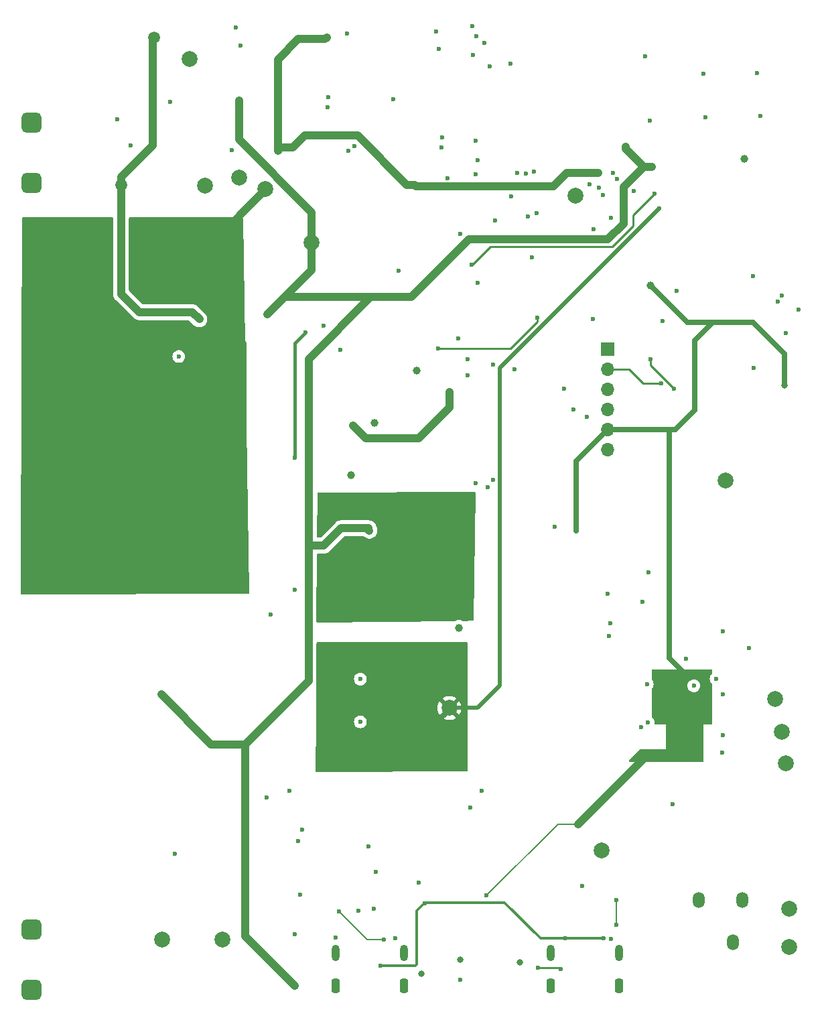
<source format=gbr>
%TF.GenerationSoftware,KiCad,Pcbnew,8.0.4*%
%TF.CreationDate,2025-02-20T16:09:48-05:00*%
%TF.ProjectId,Radiation2,52616469-6174-4696-9f6e-322e6b696361,rev?*%
%TF.SameCoordinates,Original*%
%TF.FileFunction,Copper,L3,Inr*%
%TF.FilePolarity,Positive*%
%FSLAX46Y46*%
G04 Gerber Fmt 4.6, Leading zero omitted, Abs format (unit mm)*
G04 Created by KiCad (PCBNEW 8.0.4) date 2025-02-20 16:09:48*
%MOMM*%
%LPD*%
G01*
G04 APERTURE LIST*
G04 Aperture macros list*
%AMRoundRect*
0 Rectangle with rounded corners*
0 $1 Rounding radius*
0 $2 $3 $4 $5 $6 $7 $8 $9 X,Y pos of 4 corners*
0 Add a 4 corners polygon primitive as box body*
4,1,4,$2,$3,$4,$5,$6,$7,$8,$9,$2,$3,0*
0 Add four circle primitives for the rounded corners*
1,1,$1+$1,$2,$3*
1,1,$1+$1,$4,$5*
1,1,$1+$1,$6,$7*
1,1,$1+$1,$8,$9*
0 Add four rect primitives between the rounded corners*
20,1,$1+$1,$2,$3,$4,$5,0*
20,1,$1+$1,$4,$5,$6,$7,0*
20,1,$1+$1,$6,$7,$8,$9,0*
20,1,$1+$1,$8,$9,$2,$3,0*%
G04 Aperture macros list end*
%TA.AperFunction,ComponentPad*%
%ADD10RoundRect,0.635000X-0.635000X-0.635000X0.635000X-0.635000X0.635000X0.635000X-0.635000X0.635000X0*%
%TD*%
%TA.AperFunction,ComponentPad*%
%ADD11RoundRect,0.635000X0.635000X0.635000X-0.635000X0.635000X-0.635000X-0.635000X0.635000X-0.635000X0*%
%TD*%
%TA.AperFunction,ComponentPad*%
%ADD12C,2.000000*%
%TD*%
%TA.AperFunction,ComponentPad*%
%ADD13O,1.498600X2.006600*%
%TD*%
%TA.AperFunction,ComponentPad*%
%ADD14O,1.000000X2.100000*%
%TD*%
%TA.AperFunction,ComponentPad*%
%ADD15RoundRect,0.250000X-0.250000X-0.650000X0.250000X-0.650000X0.250000X0.650000X-0.250000X0.650000X0*%
%TD*%
%TA.AperFunction,ComponentPad*%
%ADD16R,1.700000X1.700000*%
%TD*%
%TA.AperFunction,ComponentPad*%
%ADD17O,1.700000X1.700000*%
%TD*%
%TA.AperFunction,ViaPad*%
%ADD18C,1.000000*%
%TD*%
%TA.AperFunction,ViaPad*%
%ADD19C,0.600000*%
%TD*%
%TA.AperFunction,ViaPad*%
%ADD20C,0.800000*%
%TD*%
%TA.AperFunction,ViaPad*%
%ADD21C,0.889000*%
%TD*%
%TA.AperFunction,ViaPad*%
%ADD22C,1.500000*%
%TD*%
%TA.AperFunction,ViaPad*%
%ADD23C,0.762000*%
%TD*%
%TA.AperFunction,Conductor*%
%ADD24C,1.000000*%
%TD*%
%TA.AperFunction,Conductor*%
%ADD25C,0.200000*%
%TD*%
%TA.AperFunction,Conductor*%
%ADD26C,0.254000*%
%TD*%
%TA.AperFunction,Conductor*%
%ADD27C,0.700000*%
%TD*%
%TA.AperFunction,Conductor*%
%ADD28C,0.400000*%
%TD*%
%TA.AperFunction,Conductor*%
%ADD29C,0.500000*%
%TD*%
%TA.AperFunction,Conductor*%
%ADD30C,0.762000*%
%TD*%
%TA.AperFunction,Conductor*%
%ADD31C,0.300000*%
%TD*%
G04 APERTURE END LIST*
D10*
%TO.N,/Power2/ANODE*%
%TO.C,F1*%
X40700000Y-184477500D03*
X40700000Y-176857500D03*
D11*
%TO.N,/Power2/CATHODE*%
X40695000Y-82582500D03*
X40695000Y-74962500D03*
%TD*%
D12*
%TO.N,VBUS*%
%TO.C,VBUS1*%
X76100000Y-90100000D03*
%TD*%
%TO.N,/Audio2/OUTL*%
%TO.C,OUTL1*%
X136400000Y-179100000D03*
%TD*%
%TO.N,GND*%
%TO.C,GND1*%
X112700000Y-166900000D03*
%TD*%
%TO.N,+5V*%
%TO.C,5V1*%
X93500000Y-148900000D03*
%TD*%
%TO.N,/I2S_LRCK*%
%TO.C,LRCK1*%
X134700000Y-147800000D03*
%TD*%
%TO.N,Net-(JP1-A)*%
%TO.C,DRAIN1*%
X60700000Y-66900000D03*
%TD*%
D13*
%TO.N,AGND*%
%TO.C,J3*%
X129300124Y-178500000D03*
%TO.N,/Audio2/OUTL*%
X125049942Y-173199998D03*
%TO.N,/Audio2/OUTR*%
X130549941Y-173199998D03*
%TD*%
D12*
%TO.N,/Audio2/OUTR*%
%TO.C,OUTR1*%
X136400000Y-174300000D03*
%TD*%
%TO.N,/Power2/CATHODE*%
%TO.C,HIV-1*%
X66900000Y-81900000D03*
%TD*%
%TO.N,/I2S_DOUT*%
%TO.C,DOUT1*%
X135500000Y-151900000D03*
%TD*%
D14*
%TO.N,/MCU2/SHELL_GND*%
%TO.C,J2*%
X79102500Y-179820000D03*
X87742500Y-179820000D03*
D15*
X79102500Y-184000000D03*
X87742500Y-184000000D03*
%TD*%
D12*
%TO.N,/I2S_BCK*%
%TO.C,BCK1*%
X136000000Y-155900000D03*
%TD*%
%TO.N,Net-(D1-A)*%
%TO.C,STG1*%
X70200000Y-83300000D03*
%TD*%
D14*
%TO.N,/MCU2/SHELL_GND*%
%TO.C,J1*%
X106280000Y-179820000D03*
X114920000Y-179820000D03*
D15*
X106280000Y-184000000D03*
X114920000Y-184000000D03*
%TD*%
D12*
%TO.N,Net-(Q1-G)*%
%TO.C,PWM1*%
X109400000Y-84200000D03*
%TD*%
%TO.N,GND*%
%TO.C,GND2*%
X128400000Y-120200000D03*
%TD*%
D16*
%TO.N,/CS*%
%TO.C,J5*%
X113500000Y-103560000D03*
D17*
%TO.N,/MOSI*%
X113500000Y-106100000D03*
%TO.N,/MISO*%
X113500000Y-108640000D03*
%TO.N,/SCK*%
X113500000Y-111180000D03*
%TO.N,+3.3V*%
X113500000Y-113720000D03*
%TO.N,GND*%
X113500000Y-116260000D03*
%TD*%
D12*
%TO.N,Net-(D1-K)*%
%TO.C,HIV+1*%
X62600000Y-82900000D03*
%TD*%
%TO.N,Net-(Q4-C)*%
%TO.C,LS1*%
X64800000Y-178200000D03*
%TO.N,+3.3V*%
X57200000Y-178200000D03*
%TD*%
D18*
%TO.N,+3.3V*%
X80200000Y-135400000D03*
X85800000Y-135500000D03*
%TO.N,VBUS*%
X66900000Y-72200000D03*
D19*
%TO.N,+3.3V*%
X98200000Y-172600000D03*
%TO.N,GND*%
X51500000Y-74500000D03*
X131900000Y-94300000D03*
%TO.N,Net-(Q1-G)*%
X58200000Y-72300000D03*
D20*
%TO.N,VBUS*%
X73900000Y-183900000D03*
D19*
%TO.N,/RAD_IN*%
X104600000Y-99600000D03*
X111600000Y-99800000D03*
X92100000Y-103500000D03*
X111700000Y-88400000D03*
X111200000Y-82700000D03*
%TO.N,/GPIO16*%
X78100000Y-73000000D03*
%TO.N,GND*%
X66000000Y-78400000D03*
D18*
%TO.N,+3.3V*%
X81300000Y-113200000D03*
X93500000Y-109000000D03*
D19*
%TO.N,Net-(C30-Pad2)*%
X77600000Y-100600000D03*
X59300000Y-104500000D03*
D18*
%TO.N,VBUS*%
X57100000Y-147200000D03*
D19*
%TO.N,GND*%
X106800000Y-126000000D03*
%TO.N,+3.3V*%
X109500000Y-126500000D03*
%TO.N,GND*%
X79750000Y-103650000D03*
D18*
X81100000Y-119500000D03*
X89400000Y-106300000D03*
X84000000Y-112900000D03*
%TO.N,VBUS*%
X70500000Y-99200000D03*
D19*
%TO.N,GND*%
X125600000Y-68800000D03*
D18*
X130800000Y-79500000D03*
D19*
X79100000Y-177900000D03*
X82250000Y-145250000D03*
D20*
X90000000Y-182500000D03*
D19*
X89600000Y-171000000D03*
X80600000Y-63700000D03*
D20*
X94900000Y-180700000D03*
D19*
X113900000Y-178100000D03*
X96400000Y-62800000D03*
X74600000Y-172500000D03*
X136028401Y-101500000D03*
X86622500Y-178000000D03*
%TO.N,Net-(Q1-G)*%
X53200000Y-77800000D03*
%TO.N,GND*%
X58800000Y-167300000D03*
X132800000Y-74100000D03*
X83922500Y-174300000D03*
D18*
X94698100Y-138800000D03*
D19*
X120400000Y-100000000D03*
X118200000Y-66600000D03*
X110300000Y-171400000D03*
X131928401Y-105900000D03*
X73922500Y-177500000D03*
X118800000Y-74700000D03*
X94850000Y-89000000D03*
D20*
X102400000Y-181000000D03*
D19*
X82250000Y-150650000D03*
X67100000Y-65200000D03*
X132400000Y-68700000D03*
X86400000Y-71970000D03*
X83300000Y-166400000D03*
X113500000Y-134500000D03*
X125900000Y-74300000D03*
%TO.N,+5V*%
X80800000Y-151300000D03*
X120000000Y-85800000D03*
X88900000Y-152700000D03*
%TO.N,/MCU2/SHELL_GND*%
X94900000Y-183200000D03*
%TO.N,/Audio2/OUTL*%
X121700000Y-161100000D03*
X123400000Y-142725000D03*
D21*
%TO.N,Net-(D1-A)*%
X55200000Y-90500000D03*
D18*
X67400000Y-133400000D03*
D19*
%TO.N,/MCU2/RX_LED*%
X113800000Y-138200000D03*
X97600000Y-159400000D03*
%TO.N,Net-(Q1-G)*%
X66500000Y-62900000D03*
X101300000Y-84300000D03*
X91800000Y-63400000D03*
X92200000Y-65600000D03*
%TO.N,/MOSI*%
X120300000Y-107900000D03*
X101700000Y-106100000D03*
%TO.N,/I2S_LRCK*%
X103200000Y-81400000D03*
X135000000Y-97600000D03*
%TO.N,/I2S_DOUT*%
X135500000Y-96800000D03*
X104200000Y-81100000D03*
%TO.N,/I2S_BCK*%
X102100000Y-81300000D03*
X137600000Y-98600000D03*
%TO.N,/MUTE*%
X118700000Y-131800000D03*
X124400000Y-146100000D03*
%TO.N,/MCU2/TX_LED*%
X113700000Y-139800000D03*
X96100000Y-161500000D03*
%TO.N,/MISO*%
X108000000Y-108600000D03*
%TO.N,/CS*%
X118900000Y-104800000D03*
X121900000Y-108600000D03*
X99000000Y-105500000D03*
X99000000Y-120100000D03*
%TO.N,Net-(Q3-G)*%
X73300000Y-159400000D03*
X70400000Y-160200000D03*
%TO.N,/EN*%
X114700000Y-82100000D03*
X81500000Y-77900000D03*
X96800000Y-81500000D03*
X74900000Y-164300000D03*
X112900000Y-84100000D03*
%TO.N,/GPIO16*%
X97900000Y-64900000D03*
%TO.N,/RAD_IN2*%
X78200000Y-71700000D03*
X96900000Y-64000000D03*
%TO.N,/BEEP*%
X75350000Y-101450000D03*
X80700000Y-78500000D03*
X74000000Y-117300000D03*
X74000000Y-134000000D03*
X70900000Y-137100000D03*
%TO.N,/SCK*%
X109200000Y-111180000D03*
%TO.N,Net-(J1-CC2)*%
X104700000Y-181700000D03*
X107600000Y-181900000D03*
%TO.N,Net-(J2-CC2)*%
X85222500Y-178200000D03*
X79522500Y-174600000D03*
%TO.N,Net-(U4-IO35)*%
X97100000Y-79700000D03*
X110850000Y-112150000D03*
X92500000Y-78100000D03*
%TO.N,Net-(U4-IO36)*%
X92600000Y-76800000D03*
X96800000Y-77200000D03*
D18*
%TO.N,+3.3V*%
X109800000Y-163600000D03*
D19*
X123300000Y-144600000D03*
D18*
X123200000Y-154700000D03*
X89100000Y-82800000D03*
X71800000Y-78500000D03*
D20*
X135828401Y-108100000D03*
D18*
X118900000Y-95500000D03*
X78000000Y-64200000D03*
D19*
X124000000Y-149300000D03*
X121200000Y-149100000D03*
X112300000Y-81300000D03*
%TO.N,/USB_D+*%
X95800000Y-106900000D03*
X114600000Y-173200000D03*
X114600000Y-176300000D03*
X95800000Y-104800000D03*
%TO.N,/GPIO0*%
X93300000Y-82000000D03*
X113900000Y-87000000D03*
X74400000Y-165700000D03*
X99300000Y-87300000D03*
X116800000Y-83600000D03*
X103400000Y-86800000D03*
%TO.N,VBUS*%
X84800000Y-181500000D03*
D18*
X115800000Y-78000000D03*
X119075000Y-80525000D03*
D19*
X108200000Y-178000000D03*
X113000000Y-178000000D03*
D18*
X83298100Y-126200000D03*
D19*
X90400000Y-173600000D03*
%TO.N,/GPIO46*%
X97100000Y-95200000D03*
X103900000Y-92000000D03*
X112400000Y-83200000D03*
X94600000Y-102200000D03*
X114200000Y-81300000D03*
X104500000Y-86400000D03*
%TO.N,Net-(U5-3V3OUT)*%
X82001765Y-174520735D03*
X84200000Y-169600000D03*
%TO.N,AGND*%
X117700000Y-151300000D03*
X128100000Y-152300000D03*
X131362500Y-141325000D03*
X128000000Y-154500000D03*
X117900000Y-135500000D03*
X128100000Y-147200000D03*
X118500000Y-145900000D03*
X118600000Y-150700000D03*
X128062500Y-139225000D03*
X127200000Y-145200000D03*
%TO.N,/MCU2/TX*%
X96500000Y-66400000D03*
X96800000Y-120500000D03*
%TO.N,/MCU2/RX*%
X98600000Y-67800000D03*
X98300000Y-121000000D03*
D22*
%TO.N,Net-(C1-Pad1)*%
X56200000Y-64200000D03*
D23*
X61900000Y-99800000D03*
D22*
X52000000Y-82800000D03*
D19*
%TO.N,/BLINK*%
X122200000Y-96200000D03*
X101200000Y-67500000D03*
%TO.N,/BAT_SENSE*%
X87100000Y-93700000D03*
X119400000Y-83900000D03*
X96300000Y-92900000D03*
%TD*%
D24*
%TO.N,VBUS*%
X76100000Y-90100000D02*
X76100000Y-86300000D01*
X66900000Y-77100000D02*
X66900000Y-72200000D01*
X76100000Y-86300000D02*
X66900000Y-77100000D01*
X72700000Y-97000000D02*
X76100000Y-93600000D01*
X76100000Y-93600000D02*
X76100000Y-90100000D01*
X83600000Y-97000000D02*
X83500000Y-97000000D01*
X83500000Y-97000000D02*
X75700000Y-104800000D01*
X75700000Y-104800000D02*
X75700000Y-145500000D01*
X75700000Y-145500000D02*
X67700000Y-153500000D01*
D25*
%TO.N,+3.3V*%
X98200000Y-172600000D02*
X107200000Y-163600000D01*
X107200000Y-163600000D02*
X109800000Y-163600000D01*
D24*
%TO.N,Net-(D1-A)*%
X70500000Y-83100000D02*
X70500000Y-83200000D01*
X70500000Y-83200000D02*
X63200000Y-90500000D01*
X63200000Y-90500000D02*
X55200000Y-90500000D01*
D26*
%TO.N,/RAD_IN*%
X92100000Y-103500000D02*
X101200000Y-103500000D01*
X101200000Y-103500000D02*
X104600000Y-100100000D01*
X104600000Y-100100000D02*
X104600000Y-99600000D01*
D24*
%TO.N,VBUS*%
X70500000Y-99200000D02*
X72700000Y-97000000D01*
X96000000Y-89700000D02*
X113500000Y-89700000D01*
X72700000Y-97000000D02*
X88700000Y-97000000D01*
X113500000Y-89700000D02*
X115500000Y-87700000D01*
X88700000Y-97000000D02*
X96000000Y-89700000D01*
X115500000Y-87700000D02*
X115500000Y-83100000D01*
X115500000Y-83100000D02*
X118075000Y-80525000D01*
%TO.N,+3.3V*%
X93500000Y-110900000D02*
X93500000Y-109000000D01*
X89600000Y-114800000D02*
X93500000Y-110900000D01*
X82900000Y-114800000D02*
X89600000Y-114800000D01*
X81300000Y-113200000D02*
X82900000Y-114800000D01*
%TO.N,VBUS*%
X63400000Y-153500000D02*
X57100000Y-147200000D01*
X67700000Y-153500000D02*
X63400000Y-153500000D01*
D27*
%TO.N,+3.3V*%
X109500000Y-126500000D02*
X109500000Y-117720000D01*
X109500000Y-117720000D02*
X113500000Y-113720000D01*
D28*
%TO.N,/BEEP*%
X75350000Y-101450000D02*
X74000000Y-102800000D01*
X74000000Y-102800000D02*
X74000000Y-117300000D01*
D24*
%TO.N,VBUS*%
X67700000Y-153500000D02*
X67700000Y-177737500D01*
X67700000Y-177737500D02*
X74000000Y-184037500D01*
%TO.N,+3.3V*%
X89100000Y-82800000D02*
X89300000Y-83000000D01*
X89100000Y-82800000D02*
X88100000Y-82800000D01*
X89300000Y-83000000D02*
X106600000Y-83000000D01*
X108300000Y-81300000D02*
X112300000Y-81300000D01*
X81900000Y-76600000D02*
X75200000Y-76600000D01*
X88100000Y-82800000D02*
X81900000Y-76600000D01*
X75200000Y-76600000D02*
X73700000Y-78100000D01*
X72200000Y-78100000D02*
X71800000Y-78500000D01*
X73700000Y-78100000D02*
X72200000Y-78100000D01*
X106600000Y-83000000D02*
X108300000Y-81300000D01*
D29*
%TO.N,+5V*%
X88900000Y-152700000D02*
X82100000Y-152700000D01*
X82100000Y-152700000D02*
X80800000Y-151400000D01*
X80800000Y-151400000D02*
X80800000Y-151300000D01*
X99900000Y-105900000D02*
X99900000Y-146100000D01*
X99900000Y-146100000D02*
X97100000Y-148900000D01*
X120000000Y-85800000D02*
X99900000Y-105900000D01*
X80700000Y-151300000D02*
X80750000Y-151350000D01*
X90000000Y-152700000D02*
X88900000Y-152700000D01*
X97100000Y-148900000D02*
X93500000Y-148900000D01*
X93600000Y-149100000D02*
X90000000Y-152700000D01*
X80800000Y-151300000D02*
X80700000Y-151300000D01*
D30*
%TO.N,Net-(D1-A)*%
X55200000Y-90500000D02*
X55200000Y-91300000D01*
X58500000Y-93900000D02*
X67400000Y-102800000D01*
X55200000Y-91300000D02*
X57800000Y-93900000D01*
X67400000Y-102800000D02*
X67400000Y-133400000D01*
X57800000Y-93900000D02*
X58500000Y-93900000D01*
D26*
%TO.N,/MOSI*%
X120300000Y-107900000D02*
X118000000Y-107900000D01*
X118000000Y-107900000D02*
X116200000Y-106100000D01*
X116200000Y-106100000D02*
X113500000Y-106100000D01*
%TO.N,/CS*%
X118900000Y-104800000D02*
X118900000Y-105600000D01*
X118900000Y-105600000D02*
X121900000Y-108600000D01*
%TO.N,Net-(J1-CC2)*%
X107400000Y-181700000D02*
X107600000Y-181900000D01*
X104700000Y-181700000D02*
X107400000Y-181700000D01*
D25*
%TO.N,Net-(J2-CC2)*%
X85222500Y-178200000D02*
X83122500Y-178200000D01*
X83122500Y-178200000D02*
X79522500Y-174600000D01*
D24*
%TO.N,+3.3V*%
X71800000Y-67000000D02*
X74400000Y-64400000D01*
X74400000Y-64400000D02*
X77800000Y-64400000D01*
X77800000Y-64400000D02*
X78000000Y-64200000D01*
D27*
X124500000Y-111300000D02*
X122080000Y-113720000D01*
X121300000Y-142600000D02*
X123300000Y-144600000D01*
X131900000Y-100200000D02*
X135828401Y-104128401D01*
X135828401Y-104128401D02*
X135828401Y-108100000D01*
X126800000Y-100200000D02*
X123600000Y-100200000D01*
D24*
X118700000Y-154700000D02*
X123200000Y-154700000D01*
X109800000Y-163600000D02*
X118700000Y-154700000D01*
D27*
X131900000Y-100200000D02*
X126800000Y-100200000D01*
X123600000Y-100200000D02*
X118900000Y-95500000D01*
X121900000Y-113720000D02*
X121300000Y-113720000D01*
D24*
X71800000Y-78500000D02*
X71800000Y-67000000D01*
D27*
X121300000Y-113720000D02*
X113500000Y-113720000D01*
X126800000Y-100200000D02*
X124500000Y-102500000D01*
X121300000Y-113720000D02*
X121300000Y-142600000D01*
D26*
X123800000Y-149100000D02*
X123900000Y-149200000D01*
X121200000Y-149100000D02*
X123800000Y-149100000D01*
D27*
X124500000Y-102500000D02*
X124500000Y-111300000D01*
X122080000Y-113720000D02*
X121900000Y-113720000D01*
D25*
%TO.N,/USB_D+*%
X114600000Y-176300000D02*
X114600000Y-173200000D01*
D31*
%TO.N,VBUS*%
X89400000Y-174500000D02*
X89400000Y-181300000D01*
X89200000Y-181500000D02*
X84800000Y-181500000D01*
D24*
X83298100Y-126400000D02*
X83398100Y-126500000D01*
D31*
X108200000Y-178000000D02*
X105000000Y-178000000D01*
X89400000Y-181300000D02*
X89200000Y-181500000D01*
D24*
X115800000Y-78000000D02*
X115800000Y-78250000D01*
X115800000Y-78250000D02*
X118075000Y-80525000D01*
D31*
X100500000Y-173500000D02*
X90400000Y-173500000D01*
X105000000Y-178000000D02*
X100500000Y-173500000D01*
X108200000Y-178000000D02*
X113000000Y-178000000D01*
D24*
X77598100Y-128400000D02*
X75998100Y-128400000D01*
X83298100Y-126200000D02*
X79798100Y-126200000D01*
X119075000Y-80525000D02*
X118925000Y-80525000D01*
X79798100Y-126200000D02*
X77598100Y-128400000D01*
X83298100Y-126200000D02*
X83298100Y-126400000D01*
X119075000Y-80525000D02*
X118075000Y-80525000D01*
D31*
X90400000Y-173500000D02*
X89400000Y-174500000D01*
D24*
%TO.N,Net-(C1-Pad1)*%
X56000000Y-77800000D02*
X56000000Y-64400000D01*
X61900000Y-99800000D02*
X61000000Y-98900000D01*
X52000000Y-96600000D02*
X52000000Y-82800000D01*
X61000000Y-98900000D02*
X54300000Y-98900000D01*
X54300000Y-98900000D02*
X52000000Y-96600000D01*
X52000000Y-82800000D02*
X52000000Y-81800000D01*
X56000000Y-64400000D02*
X56200000Y-64200000D01*
X52000000Y-81800000D02*
X56000000Y-77800000D01*
D26*
%TO.N,/BAT_SENSE*%
X98700000Y-90600000D02*
X96400000Y-92900000D01*
X96400000Y-92900000D02*
X96300000Y-92900000D01*
X116700000Y-86600000D02*
X116700000Y-88000000D01*
X114100000Y-90600000D02*
X98700000Y-90600000D01*
X96300000Y-92900000D02*
X96300000Y-93000000D01*
X116700000Y-88000000D02*
X114100000Y-90600000D01*
X96300000Y-93000000D02*
X96400000Y-92900000D01*
X119400000Y-83900000D02*
X116700000Y-86600000D01*
%TD*%
%TA.AperFunction,Conductor*%
%TO.N,+3.3V*%
G36*
X96739078Y-121619979D02*
G01*
X96785096Y-121672553D01*
X96796552Y-121726149D01*
X96599587Y-137778745D01*
X96579081Y-137845538D01*
X96525720Y-137890642D01*
X96476842Y-137901218D01*
X95195425Y-137914097D01*
X95135726Y-137899461D01*
X95114512Y-137888122D01*
X95082830Y-137871187D01*
X94894229Y-137813975D01*
X94698100Y-137794659D01*
X94501970Y-137813975D01*
X94313370Y-137871187D01*
X94241459Y-137909624D01*
X94184253Y-137924259D01*
X76825746Y-138098716D01*
X76758512Y-138079706D01*
X76712229Y-138027364D01*
X76700500Y-137974722D01*
X76700500Y-137706828D01*
X76700502Y-137706072D01*
X76750395Y-129523744D01*
X76770488Y-129456826D01*
X76823570Y-129411394D01*
X76874393Y-129400500D01*
X77696642Y-129400500D01*
X77715970Y-129396655D01*
X77793288Y-129381275D01*
X77889936Y-129362051D01*
X77943265Y-129339961D01*
X78072014Y-129286632D01*
X78235882Y-129177139D01*
X78375239Y-129037782D01*
X78375240Y-129037779D01*
X78382306Y-129030714D01*
X78382308Y-129030710D01*
X80176201Y-127236819D01*
X80237524Y-127203334D01*
X80263882Y-127200500D01*
X82632317Y-127200500D01*
X82699356Y-127220185D01*
X82719999Y-127236820D01*
X82760314Y-127277136D01*
X82760318Y-127277139D01*
X82924178Y-127386627D01*
X82924187Y-127386632D01*
X82955253Y-127399500D01*
X83106264Y-127462051D01*
X83299554Y-127500499D01*
X83299557Y-127500500D01*
X83299559Y-127500500D01*
X83496642Y-127500500D01*
X83496643Y-127500499D01*
X83689935Y-127462051D01*
X83872014Y-127386631D01*
X84035881Y-127277139D01*
X84175239Y-127137781D01*
X84284731Y-126973914D01*
X84360151Y-126791835D01*
X84398600Y-126598540D01*
X84398600Y-126401459D01*
X84398600Y-126401456D01*
X84398599Y-126401454D01*
X84360152Y-126208171D01*
X84360151Y-126208164D01*
X84293843Y-126048084D01*
X84285002Y-126012783D01*
X84284124Y-126003870D01*
X84284124Y-126003868D01*
X84271550Y-125962419D01*
X84268599Y-125950640D01*
X84260151Y-125908165D01*
X84243580Y-125868160D01*
X84239482Y-125856706D01*
X84226914Y-125815273D01*
X84206504Y-125777091D01*
X84201301Y-125766090D01*
X84184732Y-125726086D01*
X84160672Y-125690078D01*
X84154416Y-125679640D01*
X84134011Y-125641464D01*
X84134010Y-125641462D01*
X84106538Y-125607988D01*
X84099294Y-125598219D01*
X84075240Y-125562219D01*
X84075236Y-125562214D01*
X84044620Y-125531599D01*
X84036446Y-125522581D01*
X84008984Y-125489118D01*
X83975516Y-125461651D01*
X83966501Y-125453479D01*
X83935887Y-125422865D01*
X83935883Y-125422862D01*
X83899872Y-125398799D01*
X83890102Y-125391552D01*
X83856643Y-125364094D01*
X83856635Y-125364088D01*
X83839536Y-125354948D01*
X83818450Y-125343678D01*
X83808018Y-125337425D01*
X83772018Y-125313370D01*
X83772014Y-125313368D01*
X83732015Y-125296800D01*
X83721013Y-125291597D01*
X83682829Y-125271187D01*
X83682828Y-125271186D01*
X83682827Y-125271186D01*
X83641377Y-125258612D01*
X83629934Y-125254517D01*
X83589934Y-125237948D01*
X83589927Y-125237946D01*
X83547478Y-125229503D01*
X83535675Y-125226547D01*
X83494234Y-125213976D01*
X83494230Y-125213975D01*
X83451135Y-125209730D01*
X83439106Y-125207945D01*
X83396644Y-125199500D01*
X83396641Y-125199500D01*
X83353344Y-125199500D01*
X83341190Y-125198903D01*
X83298100Y-125194659D01*
X83255010Y-125198903D01*
X83242856Y-125199500D01*
X79699557Y-125199500D01*
X79651126Y-125209134D01*
X79626784Y-125213976D01*
X79506267Y-125237947D01*
X79506259Y-125237950D01*
X79452934Y-125260037D01*
X79452934Y-125260038D01*
X79407415Y-125278892D01*
X79324189Y-125313366D01*
X79324179Y-125313371D01*
X79160319Y-125422859D01*
X79125390Y-125457789D01*
X79020961Y-125562218D01*
X79020958Y-125562221D01*
X77219999Y-127363181D01*
X77158676Y-127396666D01*
X77132318Y-127399500D01*
X76888106Y-127399500D01*
X76821067Y-127379815D01*
X76775312Y-127327011D01*
X76764108Y-127274744D01*
X76797352Y-121822628D01*
X76817445Y-121755710D01*
X76870527Y-121710278D01*
X76920725Y-121699386D01*
X96671943Y-121600630D01*
X96739078Y-121619979D01*
G37*
%TD.AperFunction*%
%TD*%
%TA.AperFunction,Conductor*%
%TO.N,Net-(D1-A)*%
G36*
X50942539Y-86919685D02*
G01*
X50988294Y-86972489D01*
X50999500Y-87024000D01*
X50999500Y-96698541D01*
X50999500Y-96698543D01*
X50999499Y-96698543D01*
X51037947Y-96891829D01*
X51037950Y-96891839D01*
X51113364Y-97073907D01*
X51113371Y-97073920D01*
X51222860Y-97237781D01*
X51222863Y-97237785D01*
X51366537Y-97381459D01*
X51366559Y-97381479D01*
X53519735Y-99534655D01*
X53519764Y-99534686D01*
X53662214Y-99677136D01*
X53662218Y-99677139D01*
X53826079Y-99786628D01*
X53826092Y-99786635D01*
X53954833Y-99839961D01*
X53997744Y-99857735D01*
X54008164Y-99862051D01*
X54104812Y-99881275D01*
X54153135Y-99890887D01*
X54201458Y-99900500D01*
X54201459Y-99900500D01*
X54201460Y-99900500D01*
X54398540Y-99900500D01*
X60534218Y-99900500D01*
X60601257Y-99920185D01*
X60621899Y-99936819D01*
X61262215Y-100577136D01*
X61262219Y-100577139D01*
X61426079Y-100686627D01*
X61426083Y-100686629D01*
X61426086Y-100686631D01*
X61608164Y-100762051D01*
X61801455Y-100800499D01*
X61801458Y-100800500D01*
X61801460Y-100800500D01*
X61998542Y-100800500D01*
X61998543Y-100800499D01*
X62191836Y-100762051D01*
X62373914Y-100686631D01*
X62537781Y-100577139D01*
X62677139Y-100437781D01*
X62786631Y-100273914D01*
X62862051Y-100091836D01*
X62900500Y-99898540D01*
X62900500Y-99701460D01*
X62900500Y-99701457D01*
X62900499Y-99701455D01*
X62867942Y-99537782D01*
X62862051Y-99508164D01*
X62786631Y-99326086D01*
X62786629Y-99326083D01*
X62786627Y-99326079D01*
X62677139Y-99162219D01*
X62677136Y-99162215D01*
X61781479Y-98266559D01*
X61781459Y-98266537D01*
X61637785Y-98122863D01*
X61637781Y-98122860D01*
X61473920Y-98013371D01*
X61473911Y-98013366D01*
X61401315Y-97983296D01*
X61345165Y-97960038D01*
X61291836Y-97937949D01*
X61291832Y-97937948D01*
X61291828Y-97937946D01*
X61195188Y-97918724D01*
X61098544Y-97899500D01*
X61098541Y-97899500D01*
X54765782Y-97899500D01*
X54698743Y-97879815D01*
X54678101Y-97863181D01*
X53036819Y-96221899D01*
X53003334Y-96160576D01*
X53000500Y-96134218D01*
X53000500Y-87024000D01*
X53020185Y-86956961D01*
X53072989Y-86911206D01*
X53124500Y-86900000D01*
X67278067Y-86900000D01*
X67345106Y-86919685D01*
X67390861Y-86972489D01*
X67402049Y-87021916D01*
X68197888Y-134374351D01*
X68179333Y-134441712D01*
X68127306Y-134488348D01*
X68074335Y-134500434D01*
X39424951Y-134599567D01*
X39357844Y-134580115D01*
X39311907Y-134527469D01*
X39300523Y-134475052D01*
X39426205Y-104499996D01*
X58494435Y-104499996D01*
X58494435Y-104500003D01*
X58514630Y-104679249D01*
X58514631Y-104679254D01*
X58574211Y-104849523D01*
X58670184Y-105002262D01*
X58797738Y-105129816D01*
X58950478Y-105225789D01*
X59120745Y-105285368D01*
X59120750Y-105285369D01*
X59299996Y-105305565D01*
X59300000Y-105305565D01*
X59300004Y-105305565D01*
X59479249Y-105285369D01*
X59479252Y-105285368D01*
X59479255Y-105285368D01*
X59649522Y-105225789D01*
X59802262Y-105129816D01*
X59929816Y-105002262D01*
X60025789Y-104849522D01*
X60085368Y-104679255D01*
X60105565Y-104500000D01*
X60085368Y-104320745D01*
X60025789Y-104150478D01*
X59929816Y-103997738D01*
X59802262Y-103870184D01*
X59649523Y-103774211D01*
X59479254Y-103714631D01*
X59479249Y-103714630D01*
X59300004Y-103694435D01*
X59299996Y-103694435D01*
X59120750Y-103714630D01*
X59120745Y-103714631D01*
X58950476Y-103774211D01*
X58797737Y-103870184D01*
X58670184Y-103997737D01*
X58574211Y-104150476D01*
X58514631Y-104320745D01*
X58514630Y-104320750D01*
X58494435Y-104499996D01*
X39426205Y-104499996D01*
X39499482Y-87023479D01*
X39519448Y-86956524D01*
X39572443Y-86910991D01*
X39623481Y-86900000D01*
X50875500Y-86900000D01*
X50942539Y-86919685D01*
G37*
%TD.AperFunction*%
%TD*%
%TA.AperFunction,Conductor*%
%TO.N,+3.3V*%
G36*
X125600000Y-151000000D02*
G01*
X125600000Y-155576000D01*
X125580315Y-155643039D01*
X125527511Y-155688794D01*
X125476000Y-155700000D01*
X116299362Y-155700000D01*
X116232323Y-155680315D01*
X116186568Y-155627511D01*
X116176624Y-155558353D01*
X116205649Y-155494797D01*
X116211681Y-155488319D01*
X117563681Y-154136319D01*
X117625004Y-154102834D01*
X117651362Y-154100000D01*
X120900000Y-154100000D01*
X120900000Y-151000000D01*
X120900000Y-150900000D01*
X125600000Y-150900000D01*
X125600000Y-151000000D01*
G37*
%TD.AperFunction*%
%TD*%
%TA.AperFunction,Conductor*%
%TO.N,+3.3V*%
G36*
X126643039Y-144019685D02*
G01*
X126688794Y-144072489D01*
X126700000Y-144124000D01*
X126700000Y-144516560D01*
X126680315Y-144583599D01*
X126663681Y-144604241D01*
X126570184Y-144697737D01*
X126474211Y-144850476D01*
X126414631Y-145020745D01*
X126414630Y-145020750D01*
X126394435Y-145199996D01*
X126394435Y-145200003D01*
X126414630Y-145379249D01*
X126414631Y-145379254D01*
X126474211Y-145549523D01*
X126570184Y-145702262D01*
X126663681Y-145795759D01*
X126697166Y-145857082D01*
X126700000Y-145883440D01*
X126700000Y-150876000D01*
X126680315Y-150943039D01*
X126627511Y-150988794D01*
X126576000Y-151000000D01*
X125600000Y-151000000D01*
X125600000Y-150900000D01*
X120900000Y-150900000D01*
X120900000Y-151000000D01*
X119510520Y-151000000D01*
X119443481Y-150980315D01*
X119397726Y-150927511D01*
X119387300Y-150862117D01*
X119405565Y-150700003D01*
X119405565Y-150699996D01*
X119385369Y-150520750D01*
X119385368Y-150520745D01*
X119325788Y-150350476D01*
X119229815Y-150197737D01*
X119136319Y-150104241D01*
X119102834Y-150042918D01*
X119100000Y-150016560D01*
X119100000Y-146483039D01*
X119119685Y-146416000D01*
X119127055Y-146405724D01*
X119129810Y-146402267D01*
X119129816Y-146402262D01*
X119225789Y-146249522D01*
X119278110Y-146099996D01*
X123594435Y-146099996D01*
X123594435Y-146100003D01*
X123614630Y-146279249D01*
X123614631Y-146279254D01*
X123674211Y-146449523D01*
X123695271Y-146483039D01*
X123770184Y-146602262D01*
X123897738Y-146729816D01*
X124050478Y-146825789D01*
X124220745Y-146885368D01*
X124220750Y-146885369D01*
X124399996Y-146905565D01*
X124400000Y-146905565D01*
X124400004Y-146905565D01*
X124579249Y-146885369D01*
X124579252Y-146885368D01*
X124579255Y-146885368D01*
X124749522Y-146825789D01*
X124902262Y-146729816D01*
X125029816Y-146602262D01*
X125125789Y-146449522D01*
X125185368Y-146279255D01*
X125205565Y-146100000D01*
X125192649Y-145985368D01*
X125185369Y-145920750D01*
X125185368Y-145920745D01*
X125163091Y-145857082D01*
X125125789Y-145750478D01*
X125107106Y-145720745D01*
X125029815Y-145597737D01*
X124902262Y-145470184D01*
X124749523Y-145374211D01*
X124579254Y-145314631D01*
X124579249Y-145314630D01*
X124400004Y-145294435D01*
X124399996Y-145294435D01*
X124220750Y-145314630D01*
X124220745Y-145314631D01*
X124050476Y-145374211D01*
X123897737Y-145470184D01*
X123770184Y-145597737D01*
X123674211Y-145750476D01*
X123614631Y-145920745D01*
X123614630Y-145920750D01*
X123594435Y-146099996D01*
X119278110Y-146099996D01*
X119285368Y-146079255D01*
X119293671Y-146005565D01*
X119305565Y-145900003D01*
X119305565Y-145899996D01*
X119285369Y-145720750D01*
X119285368Y-145720745D01*
X119225789Y-145550478D01*
X119225188Y-145549522D01*
X119129813Y-145397734D01*
X119127050Y-145394269D01*
X119100644Y-145329582D01*
X119100000Y-145316960D01*
X119100000Y-144124000D01*
X119119685Y-144056961D01*
X119172489Y-144011206D01*
X119224000Y-144000000D01*
X126576000Y-144000000D01*
X126643039Y-144019685D01*
G37*
%TD.AperFunction*%
%TD*%
%TA.AperFunction,Conductor*%
%TO.N,+5V*%
G36*
X95743039Y-140619685D02*
G01*
X95788794Y-140672489D01*
X95800000Y-140724000D01*
X95800000Y-156776644D01*
X95780315Y-156843683D01*
X95727511Y-156889438D01*
X95676646Y-156900642D01*
X76725408Y-156999346D01*
X76658267Y-156980011D01*
X76612237Y-156927446D01*
X76600764Y-156874595D01*
X76638719Y-150649996D01*
X81444435Y-150649996D01*
X81444435Y-150650003D01*
X81464630Y-150829249D01*
X81464631Y-150829254D01*
X81524211Y-150999523D01*
X81620184Y-151152262D01*
X81747738Y-151279816D01*
X81900478Y-151375789D01*
X82070745Y-151435368D01*
X82070750Y-151435369D01*
X82249996Y-151455565D01*
X82250000Y-151455565D01*
X82250004Y-151455565D01*
X82429249Y-151435369D01*
X82429252Y-151435368D01*
X82429255Y-151435368D01*
X82599522Y-151375789D01*
X82752262Y-151279816D01*
X82879816Y-151152262D01*
X82975789Y-150999522D01*
X83035368Y-150829255D01*
X83055565Y-150650000D01*
X83035368Y-150470745D01*
X82975789Y-150300478D01*
X82879816Y-150147738D01*
X82752262Y-150020184D01*
X82599523Y-149924211D01*
X82429254Y-149864631D01*
X82429249Y-149864630D01*
X82250004Y-149844435D01*
X82249996Y-149844435D01*
X82070750Y-149864630D01*
X82070745Y-149864631D01*
X81900476Y-149924211D01*
X81747737Y-150020184D01*
X81620184Y-150147737D01*
X81524211Y-150300476D01*
X81464631Y-150470745D01*
X81464630Y-150470750D01*
X81444435Y-150649996D01*
X76638719Y-150649996D01*
X76649390Y-148899994D01*
X91994859Y-148899994D01*
X91994859Y-148900005D01*
X92015385Y-149147729D01*
X92015387Y-149147738D01*
X92076412Y-149388717D01*
X92176266Y-149616364D01*
X92276564Y-149769882D01*
X93017037Y-149029409D01*
X93034075Y-149092993D01*
X93099901Y-149207007D01*
X93192993Y-149300099D01*
X93307007Y-149365925D01*
X93370590Y-149382962D01*
X92629942Y-150123609D01*
X92676768Y-150160055D01*
X92676770Y-150160056D01*
X92895385Y-150278364D01*
X92895396Y-150278369D01*
X93130506Y-150359083D01*
X93375707Y-150400000D01*
X93624293Y-150400000D01*
X93869493Y-150359083D01*
X94104603Y-150278369D01*
X94104614Y-150278364D01*
X94323228Y-150160057D01*
X94323231Y-150160055D01*
X94370056Y-150123609D01*
X93629409Y-149382962D01*
X93692993Y-149365925D01*
X93807007Y-149300099D01*
X93900099Y-149207007D01*
X93965925Y-149092993D01*
X93982962Y-149029409D01*
X94723434Y-149769882D01*
X94823731Y-149616369D01*
X94923587Y-149388717D01*
X94984612Y-149147738D01*
X94984614Y-149147729D01*
X95005141Y-148900005D01*
X95005141Y-148899994D01*
X94984614Y-148652270D01*
X94984612Y-148652261D01*
X94923587Y-148411282D01*
X94823731Y-148183630D01*
X94723434Y-148030116D01*
X93982962Y-148770589D01*
X93965925Y-148707007D01*
X93900099Y-148592993D01*
X93807007Y-148499901D01*
X93692993Y-148434075D01*
X93629410Y-148417037D01*
X94370057Y-147676390D01*
X94370056Y-147676389D01*
X94323229Y-147639943D01*
X94104614Y-147521635D01*
X94104603Y-147521630D01*
X93869493Y-147440916D01*
X93624293Y-147400000D01*
X93375707Y-147400000D01*
X93130506Y-147440916D01*
X92895396Y-147521630D01*
X92895390Y-147521632D01*
X92676761Y-147639949D01*
X92629942Y-147676388D01*
X92629942Y-147676390D01*
X93370590Y-148417037D01*
X93307007Y-148434075D01*
X93192993Y-148499901D01*
X93099901Y-148592993D01*
X93034075Y-148707007D01*
X93017037Y-148770589D01*
X92276564Y-148030116D01*
X92176267Y-148183632D01*
X92076412Y-148411282D01*
X92015387Y-148652261D01*
X92015385Y-148652270D01*
X91994859Y-148899994D01*
X76649390Y-148899994D01*
X76668469Y-145771020D01*
X76670847Y-145747613D01*
X76700500Y-145598541D01*
X76700500Y-145249996D01*
X81444435Y-145249996D01*
X81444435Y-145250003D01*
X81464630Y-145429249D01*
X81464631Y-145429254D01*
X81524211Y-145599523D01*
X81617253Y-145747597D01*
X81620184Y-145752262D01*
X81747738Y-145879816D01*
X81900478Y-145975789D01*
X82070745Y-146035368D01*
X82070750Y-146035369D01*
X82249996Y-146055565D01*
X82250000Y-146055565D01*
X82250004Y-146055565D01*
X82429249Y-146035369D01*
X82429252Y-146035368D01*
X82429255Y-146035368D01*
X82599522Y-145975789D01*
X82752262Y-145879816D01*
X82879816Y-145752262D01*
X82975789Y-145599522D01*
X83035368Y-145429255D01*
X83055565Y-145250000D01*
X83037039Y-145085579D01*
X83035369Y-145070750D01*
X83035368Y-145070745D01*
X82975788Y-144900476D01*
X82879815Y-144747737D01*
X82752262Y-144620184D01*
X82599523Y-144524211D01*
X82429254Y-144464631D01*
X82429249Y-144464630D01*
X82250004Y-144444435D01*
X82249996Y-144444435D01*
X82070750Y-144464630D01*
X82070745Y-144464631D01*
X81900476Y-144524211D01*
X81747737Y-144620184D01*
X81620184Y-144747737D01*
X81524211Y-144900476D01*
X81464631Y-145070745D01*
X81464630Y-145070750D01*
X81444435Y-145249996D01*
X76700500Y-145249996D01*
X76700500Y-140724000D01*
X76720185Y-140656961D01*
X76772989Y-140611206D01*
X76824500Y-140600000D01*
X95676000Y-140600000D01*
X95743039Y-140619685D01*
G37*
%TD.AperFunction*%
%TD*%
%TA.AperFunction,Conductor*%
%TO.N,Net-(D1-A)*%
G36*
X55644500Y-90500000D02*
G01*
X55532340Y-91093525D01*
X54993525Y-91632340D01*
X54789336Y-90670103D01*
X55199293Y-90499293D01*
X55644500Y-90500000D01*
G37*
%TD.AperFunction*%
%TD*%
M02*

</source>
